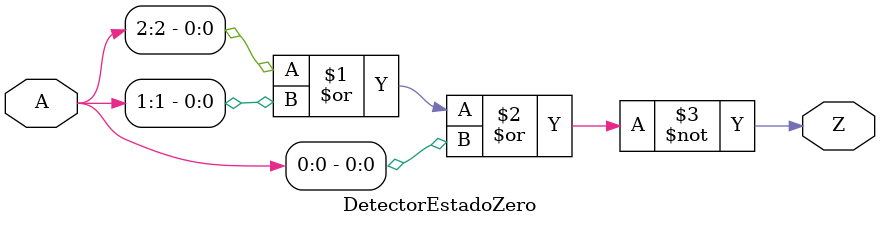
<source format=v>
module DetectorEstadoZero(
    output Z,       // Saída '1' se A == 3'b000.
    input [2:0] A  // Entrada de 3 bits a ser verificada.
);
    // A porta NOR resulta em '1' (Z=1) somente se todos os bits de entrada (A[2], A[1], A[0]) forem '0'.
    nor NOR1 (Z, A[2], A[1], A[0]);
endmodule
</source>
